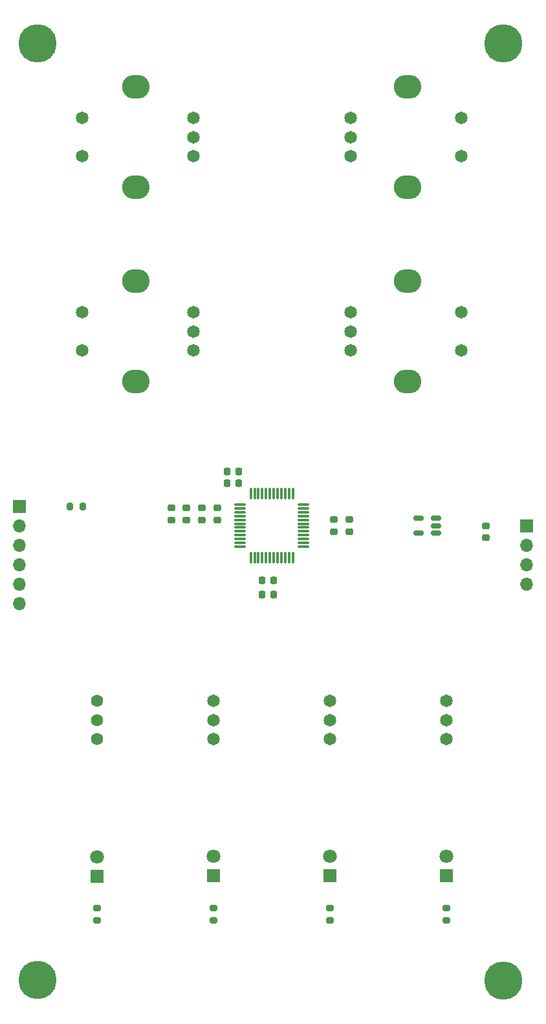
<source format=gbr>
%TF.GenerationSoftware,KiCad,Pcbnew,(6.0.11)*%
%TF.CreationDate,2023-04-05T13:23:01-07:00*%
%TF.ProjectId,IOBoard_ATSAMD21,494f426f-6172-4645-9f41-5453414d4432,rev?*%
%TF.SameCoordinates,Original*%
%TF.FileFunction,Soldermask,Top*%
%TF.FilePolarity,Negative*%
%FSLAX46Y46*%
G04 Gerber Fmt 4.6, Leading zero omitted, Abs format (unit mm)*
G04 Created by KiCad (PCBNEW (6.0.11)) date 2023-04-05 13:23:01*
%MOMM*%
%LPD*%
G01*
G04 APERTURE LIST*
G04 Aperture macros list*
%AMRoundRect*
0 Rectangle with rounded corners*
0 $1 Rounding radius*
0 $2 $3 $4 $5 $6 $7 $8 $9 X,Y pos of 4 corners*
0 Add a 4 corners polygon primitive as box body*
4,1,4,$2,$3,$4,$5,$6,$7,$8,$9,$2,$3,0*
0 Add four circle primitives for the rounded corners*
1,1,$1+$1,$2,$3*
1,1,$1+$1,$4,$5*
1,1,$1+$1,$6,$7*
1,1,$1+$1,$8,$9*
0 Add four rect primitives between the rounded corners*
20,1,$1+$1,$2,$3,$4,$5,0*
20,1,$1+$1,$4,$5,$6,$7,0*
20,1,$1+$1,$6,$7,$8,$9,0*
20,1,$1+$1,$8,$9,$2,$3,0*%
G04 Aperture macros list end*
%ADD10RoundRect,0.200000X0.275000X-0.200000X0.275000X0.200000X-0.275000X0.200000X-0.275000X-0.200000X0*%
%ADD11RoundRect,0.075000X0.075000X-0.662500X0.075000X0.662500X-0.075000X0.662500X-0.075000X-0.662500X0*%
%ADD12RoundRect,0.075000X0.662500X-0.075000X0.662500X0.075000X-0.662500X0.075000X-0.662500X-0.075000X0*%
%ADD13C,5.000000*%
%ADD14RoundRect,0.225000X-0.250000X0.225000X-0.250000X-0.225000X0.250000X-0.225000X0.250000X0.225000X0*%
%ADD15C,1.650000*%
%ADD16R,1.800000X1.800000*%
%ADD17C,1.800000*%
%ADD18RoundRect,0.225000X-0.225000X-0.250000X0.225000X-0.250000X0.225000X0.250000X-0.225000X0.250000X0*%
%ADD19O,3.600000X3.100000*%
%ADD20RoundRect,0.225000X0.225000X0.250000X-0.225000X0.250000X-0.225000X-0.250000X0.225000X-0.250000X0*%
%ADD21R,1.700000X1.700000*%
%ADD22O,1.700000X1.700000*%
%ADD23RoundRect,0.225000X0.250000X-0.225000X0.250000X0.225000X-0.250000X0.225000X-0.250000X-0.225000X0*%
%ADD24C,1.600000*%
%ADD25RoundRect,0.200000X0.200000X0.275000X-0.200000X0.275000X-0.200000X-0.275000X0.200000X-0.275000X0*%
%ADD26RoundRect,0.150000X0.512500X0.150000X-0.512500X0.150000X-0.512500X-0.150000X0.512500X-0.150000X0*%
G04 APERTURE END LIST*
D10*
%TO.C,R4*%
X110960000Y-167665000D03*
X110960000Y-166015000D03*
%TD*%
D11*
%TO.C,U1*%
X85350000Y-120202500D03*
X85850000Y-120202500D03*
X86350000Y-120202500D03*
X86850000Y-120202500D03*
X87350000Y-120202500D03*
X87850000Y-120202500D03*
X88350000Y-120202500D03*
X88850000Y-120202500D03*
X89350000Y-120202500D03*
X89850000Y-120202500D03*
X90350000Y-120202500D03*
X90850000Y-120202500D03*
D12*
X92262500Y-118790000D03*
X92262500Y-118290000D03*
X92262500Y-117790000D03*
X92262500Y-117290000D03*
X92262500Y-116790000D03*
X92262500Y-116290000D03*
X92262500Y-115790000D03*
X92262500Y-115290000D03*
X92262500Y-114790000D03*
X92262500Y-114290000D03*
X92262500Y-113790000D03*
X92262500Y-113290000D03*
D11*
X90850000Y-111877500D03*
X90350000Y-111877500D03*
X89850000Y-111877500D03*
X89350000Y-111877500D03*
X88850000Y-111877500D03*
X88350000Y-111877500D03*
X87850000Y-111877500D03*
X87350000Y-111877500D03*
X86850000Y-111877500D03*
X86350000Y-111877500D03*
X85850000Y-111877500D03*
X85350000Y-111877500D03*
D12*
X83937500Y-113290000D03*
X83937500Y-113790000D03*
X83937500Y-114290000D03*
X83937500Y-114790000D03*
X83937500Y-115290000D03*
X83937500Y-115790000D03*
X83937500Y-116290000D03*
X83937500Y-116790000D03*
X83937500Y-117290000D03*
X83937500Y-117790000D03*
X83937500Y-118290000D03*
X83937500Y-118790000D03*
%TD*%
D13*
%TO.C,H2*%
X118410000Y-53000000D03*
%TD*%
D14*
%TO.C,C5*%
X116124000Y-116040000D03*
X116124000Y-117590000D03*
%TD*%
D15*
%TO.C,SW2*%
X80480000Y-141440000D03*
X80480000Y-138940000D03*
X80480000Y-143940000D03*
%TD*%
D16*
%TO.C,D1*%
X65240000Y-161880000D03*
D17*
X65240000Y-159340000D03*
%TD*%
D10*
%TO.C,R2*%
X80480000Y-167665000D03*
X80480000Y-166015000D03*
%TD*%
D18*
%TO.C,C7*%
X86817000Y-123152000D03*
X88367000Y-123152000D03*
%TD*%
D15*
%TO.C,ENC3*%
X98380000Y-88140000D03*
X98380000Y-93140000D03*
X98380000Y-90640000D03*
X112880000Y-88140000D03*
X112880000Y-93140000D03*
D19*
X105880000Y-97240000D03*
X105880000Y-84040000D03*
%TD*%
D14*
%TO.C,C11*%
X76924000Y-113741000D03*
X76924000Y-115291000D03*
%TD*%
D20*
%TO.C,C6*%
X88367000Y-125076000D03*
X86817000Y-125076000D03*
%TD*%
D21*
%TO.C,J1*%
X55080000Y-113500000D03*
D22*
X55080000Y-116040000D03*
X55080000Y-118580000D03*
X55080000Y-121120000D03*
X55080000Y-123660000D03*
X55080000Y-126200000D03*
%TD*%
D13*
%TO.C,H4*%
X118410000Y-175500000D03*
%TD*%
D23*
%TO.C,C3*%
X98260000Y-116815000D03*
X98260000Y-115265000D03*
%TD*%
D16*
%TO.C,D3*%
X95720000Y-161760000D03*
D17*
X95720000Y-159220000D03*
%TD*%
D16*
%TO.C,D2*%
X80480000Y-161760000D03*
D17*
X80480000Y-159220000D03*
%TD*%
D24*
%TO.C,SW1*%
X65240000Y-141440000D03*
X65240000Y-138940000D03*
X65240000Y-143940000D03*
%TD*%
D21*
%TO.C,J2*%
X121437500Y-116040000D03*
D22*
X121437500Y-118580000D03*
X121437500Y-121120000D03*
X121437500Y-123660000D03*
%TD*%
D25*
%TO.C,R5*%
X63355000Y-113500000D03*
X61705000Y-113500000D03*
%TD*%
D15*
%TO.C,ENC0*%
X77820000Y-93140000D03*
X77820000Y-88140000D03*
X77820000Y-90640000D03*
X63320000Y-93140000D03*
X63320000Y-88140000D03*
D19*
X70320000Y-84040000D03*
X70320000Y-97240000D03*
%TD*%
D15*
%TO.C,ENC1*%
X77820000Y-67740000D03*
X77820000Y-62740000D03*
X77820000Y-65240000D03*
X63320000Y-67740000D03*
X63320000Y-62740000D03*
D19*
X70320000Y-71840000D03*
X70320000Y-58640000D03*
%TD*%
D13*
%TO.C,H3*%
X57450000Y-175428000D03*
%TD*%
D14*
%TO.C,C1*%
X80988000Y-113741000D03*
X80988000Y-115291000D03*
%TD*%
D15*
%TO.C,SW4*%
X110960000Y-141440000D03*
X110960000Y-138940000D03*
X110960000Y-143940000D03*
%TD*%
%TO.C,SW3*%
X95720000Y-141440000D03*
X95720000Y-138940000D03*
X95720000Y-143940000D03*
%TD*%
D10*
%TO.C,R1*%
X65240000Y-167665000D03*
X65240000Y-166015000D03*
%TD*%
D13*
%TO.C,H1*%
X57450000Y-53000000D03*
%TD*%
D10*
%TO.C,R3*%
X95720000Y-167665000D03*
X95720000Y-166015000D03*
%TD*%
D16*
%TO.C,D4*%
X110960000Y-161760000D03*
D17*
X110960000Y-159220000D03*
%TD*%
D15*
%TO.C,ENC2*%
X98380000Y-62740000D03*
X98380000Y-67740000D03*
X98380000Y-65240000D03*
X112880000Y-62740000D03*
X112880000Y-67740000D03*
D19*
X105880000Y-71840000D03*
X105880000Y-58640000D03*
%TD*%
D14*
%TO.C,C4*%
X96228000Y-115265000D03*
X96228000Y-116815000D03*
%TD*%
D23*
%TO.C,C10*%
X75000000Y-115291000D03*
X75000000Y-113741000D03*
%TD*%
D14*
%TO.C,C2*%
X78956000Y-113741000D03*
X78956000Y-115291000D03*
%TD*%
D18*
%TO.C,C9*%
X82245000Y-110452000D03*
X83795000Y-110452000D03*
%TD*%
D26*
%TO.C,U2*%
X109557500Y-116990000D03*
X109557500Y-116040000D03*
X109557500Y-115090000D03*
X107282500Y-115090000D03*
X107282500Y-116990000D03*
%TD*%
D20*
%TO.C,C8*%
X83795000Y-108928000D03*
X82245000Y-108928000D03*
%TD*%
M02*

</source>
